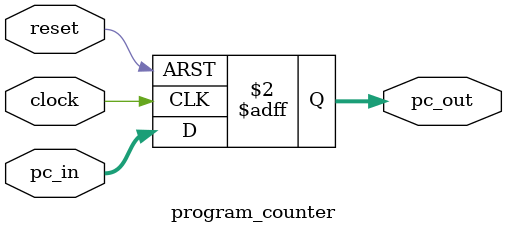
<source format=v>
/*
  Description:
    Program Counter (PC) register for the MIPS processor.
    Stores the address of the current instruction being executed.
    Updates on each clock cycle with the next instruction address.
  
  Inputs:
    clock        - System clock (updates on positive edge)
    reset        - Asynchronous reset (active high)
    pc_in[31:0]  - Next program counter value
  
  Outputs:
    pc_out[31:0] - Current program counter value (registered)
  
  Functionality:
    - On reset: PC is initialized to 0x003FFFFC
      This is typically the address of the last word in instruction memory,
      or a special initialization address for the system.
    - On clock edge: PC is updated with pc_in (normally PC + 4 or branch target)
  
  Reset Value Notes:
    The reset value 0x003FFFFC = 4,194,300 decimal
    This appears to be the highest word-aligned address in a 4MB address space,
    which might be used for bootloader or initialization code location.
 */

module program_counter (
    input clock,              // System clock
    input reset,              // Asynchronous reset
    input [31:0] pc_in,       // Next PC value (from adder or branch logic)
    output reg [31:0] pc_out  // Current PC value (registered output)
);

    // Sequential Logic: Update PC on clock edge or reset
    	
    always @(posedge clock or posedge reset) begin
        if (reset)
            // Reset: Initialize PC to specific start address
            pc_out <= 32'h003FFFFC;
        else
            // Normal operation: Load next PC value
            pc_out <= pc_in;
    end

endmodule


</source>
